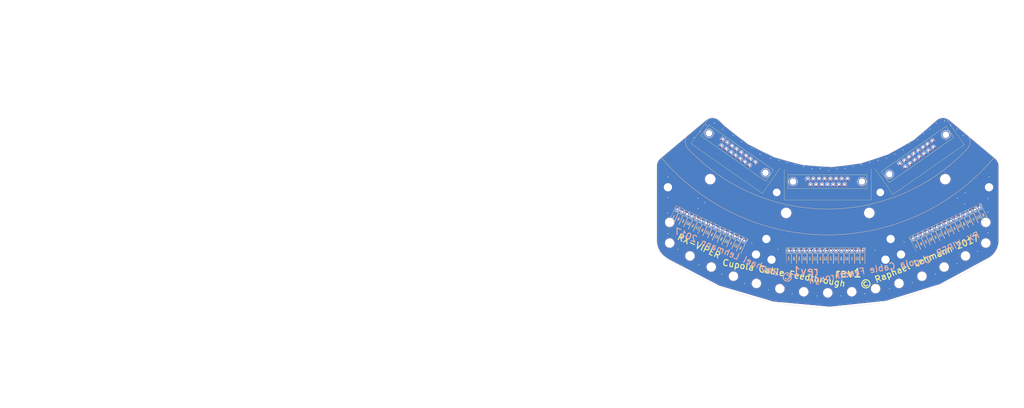
<source format=kicad_pcb>
(kicad_pcb (version 4) (host pcbnew 4.0.6)
  (title_block (title "Cupola Feedthrough") (date 2017-10-20) (rev 1) (company VIPER))
  (layers (0 F.Cu signal) (31 B.Cu signal) (34 B.Paste user) (35 F.Paste user) (36 B.SilkS user) (37 F.SilkS user) (38 B.Mask user) (39 F.Mask user) (44 Edge.Cuts user))
  (net 0 "")
  (net 1 "Net-(J101-Pad1)")
  (net 2 "Net-(J101-Pad2)")
  (net 3 "Net-(J101-Pad3)")
  (net 4 "Net-(J101-Pad4)")
  (net 5 "Net-(J101-Pad5)")
  (net 6 "Net-(J101-Pad6)")
  (net 7 "Net-(J101-Pad7)")
  (net 8 "Net-(J101-Pad8)")
  (net 9 "Net-(J101-Pad9)")
  (net 10 "Net-(J101-Pad10)")
  (net 11 "Net-(J101-Pad11)")
  (net 12 "Net-(J101-Pad12)")
  (net 13 "Net-(J101-Pad13)")
  (net 14 "Net-(J101-Pad14)")
  (net 15 "Net-(J101-Pad15)")
  (net 16 "Net-(J102-Pad1)")
  (net 17 "Net-(J102-Pad2)")
  (net 18 "Net-(J102-Pad3)")
  (net 19 "Net-(J102-Pad4)")
  (net 20 "Net-(J102-Pad5)")
  (net 21 "Net-(J102-Pad6)")
  (net 22 "Net-(J102-Pad7)")
  (net 23 "Net-(J102-Pad8)")
  (net 24 "Net-(J102-Pad9)")
  (net 25 "Net-(J102-Pad10)")
  (net 26 "Net-(J102-Pad11)")
  (net 27 "Net-(J102-Pad12)")
  (net 28 "Net-(J102-Pad13)")
  (net 29 "Net-(J102-Pad14)")
  (net 30 "Net-(J102-Pad15)")
  (net 31 "Net-(J103-Pad1)")
  (net 32 "Net-(J103-Pad2)")
  (net 33 "Net-(J103-Pad3)")
  (net 34 "Net-(J103-Pad4)")
  (net 35 "Net-(J103-Pad5)")
  (net 36 "Net-(J103-Pad6)")
  (net 37 "Net-(J103-Pad7)")
  (net 38 "Net-(J103-Pad8)")
  (net 39 "Net-(J103-Pad9)")
  (net 40 "Net-(J103-Pad10)")
  (net 41 "Net-(J103-Pad11)")
  (net 42 "Net-(J103-Pad12)")
  (net 43 "Net-(J103-Pad13)")
  (net 44 "Net-(J103-Pad14)")
  (net 45 "Net-(J103-Pad15)")
  (net 46 GND)
  (module VIPER-Labels:CupolaFeedthrough_label_front (layer B.Cu) (at 208.6 105.9 25)
    (fp_text reference G*** hide)
    (fp_text value LOGO hide)
  )
  (module VIPER-Labels:CupolaFeedthrough_label_front (layer B.Cu) (at 91.5 106.8 335)
    (fp_text reference G*** hide)
    (fp_text value LOGO hide)
  )
  (module VIPER-Labels:CupolaFeedthrough_label_front (layer B.Cu) (at 148.6 119.4)
    (fp_text reference G*** hide)
    (fp_text value LOGO hide)
  )
  (module VIPER-Labels:CupolaFeedthrough_label_front (layer F.Cu) (at 208.5 105.8 25)
    (fp_text reference G*** hide)
    (fp_text value LOGO hide)
  )
  (module VIPER-Labels:CupolaFeedthrough_label_front (layer F.Cu) (at 91.5 106.7 335)
    (fp_text reference G*** hide)
    (fp_text value LOGO hide)
  )
  (module Mounting_Holes:MountingHole_3.7mm_Pad (layer F.Cu) (at 175 87.5)
    (fp_text reference J136 hide)
    (fp_text value GND)
    (pad 1 thru_hole circle (at 0 0) (size 7.4 7.4) (drill 3.7) (layers *.Cu *.Mask) (net 46 GND))
  )
  (module Connectors:DB15MD (layer F.Cu) (at 98.95 61.85 325)
    (fp_text reference J104 hide)
    (fp_text value DB15_FEMALE)
    (pad 0 thru_hole circle (at -7.11 1.4 325) (size 3.81 3.81) (drill 3.05) (layers *.Cu *.Mask))
    (pad 0 thru_hole circle (at 26.16 1.4 325) (size 3.81 3.81) (drill 3.05) (layers *.Cu *.Mask))
    (pad 1 thru_hole rect (at 0 0 325) (size 1.52 1.52) (drill 1.02) (layers *.Cu *.Mask) (net 15 "Net-(J101-Pad15)"))
    (pad 2 thru_hole circle (at 2.67 0 325) (size 1.52 1.52) (drill 1.02) (layers *.Cu *.Mask) (net 13 "Net-(J101-Pad13)"))
    (pad 3 thru_hole circle (at 5.46 0 325) (size 1.52 1.52) (drill 1.02) (layers *.Cu *.Mask) (net 11 "Net-(J101-Pad11)"))
    (pad 4 thru_hole circle (at 8.13 0 325) (size 1.52 1.52) (drill 1.02) (layers *.Cu *.Mask) (net 9 "Net-(J101-Pad9)"))
    (pad 5 thru_hole circle (at 10.92 0 325) (size 1.52 1.52) (drill 1.02) (layers *.Cu *.Mask) (net 7 "Net-(J101-Pad7)"))
    (pad 6 thru_hole circle (at 13.72 0 325) (size 1.52 1.52) (drill 1.02) (layers *.Cu *.Mask) (net 5 "Net-(J101-Pad5)"))
    (pad 7 thru_hole circle (at 16.38 0 325) (size 1.52 1.52) (drill 1.02) (layers *.Cu *.Mask) (net 3 "Net-(J101-Pad3)"))
    (pad 8 thru_hole circle (at 19.18 0 325) (size 1.52 1.52) (drill 1.02) (layers *.Cu *.Mask) (net 1 "Net-(J101-Pad1)"))
    (pad 9 thru_hole circle (at 1.27 2.79 325) (size 1.52 1.52) (drill 1.02) (layers *.Cu *.Mask) (net 14 "Net-(J101-Pad14)"))
    (pad 10 thru_hole circle (at 4.06 2.79 325) (size 1.52 1.52) (drill 1.02) (layers *.Cu *.Mask) (net 12 "Net-(J101-Pad12)"))
    (pad 11 thru_hole circle (at 6.86 2.79 325) (size 1.52 1.52) (drill 1.02) (layers *.Cu *.Mask) (net 10 "Net-(J101-Pad10)"))
    (pad 12 thru_hole circle (at 9.53 2.79 325) (size 1.52 1.52) (drill 1.02) (layers *.Cu *.Mask) (net 8 "Net-(J101-Pad8)"))
    (pad 13 thru_hole circle (at 12.32 2.79 325) (size 1.52 1.52) (drill 1.02) (layers *.Cu *.Mask) (net 6 "Net-(J101-Pad6)"))
    (pad 14 thru_hole circle (at 14.99 2.79 325) (size 1.52 1.52) (drill 1.02) (layers *.Cu *.Mask) (net 4 "Net-(J101-Pad4)"))
    (pad 15 thru_hole circle (at 17.78 2.79 325) (size 1.52 1.52) (drill 1.02) (layers *.Cu *.Mask) (net 2 "Net-(J101-Pad2)"))
  )
  (module Connectors:DB15MD (layer F.Cu) (at 184.409399 73.493008 35)
    (fp_text reference J105 hide)
    (fp_text value DB15_FEMALE)
    (pad 0 thru_hole circle (at -7.11 1.4 35) (size 3.81 3.81) (drill 3.05) (layers *.Cu *.Mask))
    (pad 0 thru_hole circle (at 26.16 1.4 35) (size 3.81 3.81) (drill 3.05) (layers *.Cu *.Mask))
    (pad 1 thru_hole rect (at 0 0 35) (size 1.52 1.52) (drill 1.02) (layers *.Cu *.Mask) (net 30 "Net-(J102-Pad15)"))
    (pad 2 thru_hole circle (at 2.67 0 35) (size 1.52 1.52) (drill 1.02) (layers *.Cu *.Mask) (net 28 "Net-(J102-Pad13)"))
    (pad 3 thru_hole circle (at 5.46 0 35) (size 1.52 1.52) (drill 1.02) (layers *.Cu *.Mask) (net 26 "Net-(J102-Pad11)"))
    (pad 4 thru_hole circle (at 8.13 0 35) (size 1.52 1.52) (drill 1.02) (layers *.Cu *.Mask) (net 24 "Net-(J102-Pad9)"))
    (pad 5 thru_hole circle (at 10.92 0 35) (size 1.52 1.52) (drill 1.02) (layers *.Cu *.Mask) (net 22 "Net-(J102-Pad7)"))
    (pad 6 thru_hole circle (at 13.72 0 35) (size 1.52 1.52) (drill 1.02) (layers *.Cu *.Mask) (net 20 "Net-(J102-Pad5)"))
    (pad 7 thru_hole circle (at 16.38 0 35) (size 1.52 1.52) (drill 1.02) (layers *.Cu *.Mask) (net 18 "Net-(J102-Pad3)"))
    (pad 8 thru_hole circle (at 19.18 0 35) (size 1.52 1.52) (drill 1.02) (layers *.Cu *.Mask) (net 16 "Net-(J102-Pad1)"))
    (pad 9 thru_hole circle (at 1.27 2.79 35) (size 1.52 1.52) (drill 1.02) (layers *.Cu *.Mask) (net 29 "Net-(J102-Pad14)"))
    (pad 10 thru_hole circle (at 4.06 2.79 35) (size 1.52 1.52) (drill 1.02) (layers *.Cu *.Mask) (net 27 "Net-(J102-Pad12)"))
    (pad 11 thru_hole circle (at 6.86 2.79 35) (size 1.52 1.52) (drill 1.02) (layers *.Cu *.Mask) (net 25 "Net-(J102-Pad10)"))
    (pad 12 thru_hole circle (at 9.53 2.79 35) (size 1.52 1.52) (drill 1.02) (layers *.Cu *.Mask) (net 23 "Net-(J102-Pad8)"))
    (pad 13 thru_hole circle (at 12.32 2.79 35) (size 1.52 1.52) (drill 1.02) (layers *.Cu *.Mask) (net 21 "Net-(J102-Pad6)"))
    (pad 14 thru_hole circle (at 14.99 2.79 35) (size 1.52 1.52) (drill 1.02) (layers *.Cu *.Mask) (net 19 "Net-(J102-Pad4)"))
    (pad 15 thru_hole circle (at 17.78 2.79 35) (size 1.52 1.52) (drill 1.02) (layers *.Cu *.Mask) (net 17 "Net-(J102-Pad2)"))
  )
  (module Connectors:DB15MD (layer F.Cu) (at 139.99 80.86)
    (fp_text reference J106 hide)
    (fp_text value DB15_FEMALE)
    (pad 0 thru_hole circle (at -7.11 1.4) (size 3.81 3.81) (drill 3.05) (layers *.Cu *.Mask))
    (pad 0 thru_hole circle (at 26.16 1.4) (size 3.81 3.81) (drill 3.05) (layers *.Cu *.Mask))
    (pad 1 thru_hole rect (at 0 0) (size 1.52 1.52) (drill 1.02) (layers *.Cu *.Mask) (net 45 "Net-(J103-Pad15)"))
    (pad 2 thru_hole circle (at 2.67 0) (size 1.52 1.52) (drill 1.02) (layers *.Cu *.Mask) (net 43 "Net-(J103-Pad13)"))
    (pad 3 thru_hole circle (at 5.46 0) (size 1.52 1.52) (drill 1.02) (layers *.Cu *.Mask) (net 41 "Net-(J103-Pad11)"))
    (pad 4 thru_hole circle (at 8.13 0) (size 1.52 1.52) (drill 1.02) (layers *.Cu *.Mask) (net 39 "Net-(J103-Pad9)"))
    (pad 5 thru_hole circle (at 10.92 0) (size 1.52 1.52) (drill 1.02) (layers *.Cu *.Mask) (net 37 "Net-(J103-Pad7)"))
    (pad 6 thru_hole circle (at 13.72 0) (size 1.52 1.52) (drill 1.02) (layers *.Cu *.Mask) (net 35 "Net-(J103-Pad5)"))
    (pad 7 thru_hole circle (at 16.38 0) (size 1.52 1.52) (drill 1.02) (layers *.Cu *.Mask) (net 33 "Net-(J103-Pad3)"))
    (pad 8 thru_hole circle (at 19.18 0) (size 1.52 1.52) (drill 1.02) (layers *.Cu *.Mask) (net 31 "Net-(J103-Pad1)"))
    (pad 9 thru_hole circle (at 1.27 2.79) (size 1.52 1.52) (drill 1.02) (layers *.Cu *.Mask) (net 44 "Net-(J103-Pad14)"))
    (pad 10 thru_hole circle (at 4.06 2.79) (size 1.52 1.52) (drill 1.02) (layers *.Cu *.Mask) (net 42 "Net-(J103-Pad12)"))
    (pad 11 thru_hole circle (at 6.86 2.79) (size 1.52 1.52) (drill 1.02) (layers *.Cu *.Mask) (net 40 "Net-(J103-Pad10)"))
    (pad 12 thru_hole circle (at 9.53 2.79) (size 1.52 1.52) (drill 1.02) (layers *.Cu *.Mask) (net 38 "Net-(J103-Pad8)"))
    (pad 13 thru_hole circle (at 12.32 2.79) (size 1.52 1.52) (drill 1.02) (layers *.Cu *.Mask) (net 36 "Net-(J103-Pad6)"))
    (pad 14 thru_hole circle (at 14.99 2.79) (size 1.52 1.52) (drill 1.02) (layers *.Cu *.Mask) (net 34 "Net-(J103-Pad4)"))
    (pad 15 thru_hole circle (at 17.78 2.79) (size 1.52 1.52) (drill 1.02) (layers *.Cu *.Mask) (net 32 "Net-(J103-Pad2)"))
  )
  (module Pin_Headers:Pin_Header_Straight_1x15_Pitch2.54mm (layer F.Cu) (at 109.358087 110.793802 245)
    (fp_text reference J101 hide)
    (fp_text value CONN_01X15)
    (pad 1 thru_hole rect (at 0 0 245) (size 1.7 1.7) (drill 1) (layers *.Cu *.Mask) (net 1 "Net-(J101-Pad1)"))
    (pad 2 thru_hole oval (at 0 2.54 245) (size 1.7 1.7) (drill 1) (layers *.Cu *.Mask) (net 2 "Net-(J101-Pad2)"))
    (pad 3 thru_hole oval (at 0 5.08 245) (size 1.7 1.7) (drill 1) (layers *.Cu *.Mask) (net 3 "Net-(J101-Pad3)"))
    (pad 4 thru_hole oval (at 0 7.62 245) (size 1.7 1.7) (drill 1) (layers *.Cu *.Mask) (net 4 "Net-(J101-Pad4)"))
    (pad 5 thru_hole oval (at 0 10.16 245) (size 1.7 1.7) (drill 1) (layers *.Cu *.Mask) (net 5 "Net-(J101-Pad5)"))
    (pad 6 thru_hole oval (at 0 12.7 245) (size 1.7 1.7) (drill 1) (layers *.Cu *.Mask) (net 6 "Net-(J101-Pad6)"))
    (pad 7 thru_hole oval (at 0 15.24 245) (size 1.7 1.7) (drill 1) (layers *.Cu *.Mask) (net 7 "Net-(J101-Pad7)"))
    (pad 8 thru_hole oval (at 0 17.78 245) (size 1.7 1.7) (drill 1) (layers *.Cu *.Mask) (net 8 "Net-(J101-Pad8)"))
    (pad 9 thru_hole oval (at 0 20.32 245) (size 1.7 1.7) (drill 1) (layers *.Cu *.Mask) (net 9 "Net-(J101-Pad9)"))
    (pad 10 thru_hole oval (at 0 22.86 245) (size 1.7 1.7) (drill 1) (layers *.Cu *.Mask) (net 10 "Net-(J101-Pad10)"))
    (pad 11 thru_hole oval (at 0 25.4 245) (size 1.7 1.7) (drill 1) (layers *.Cu *.Mask) (net 11 "Net-(J101-Pad11)"))
    (pad 12 thru_hole oval (at 0 27.94 245) (size 1.7 1.7) (drill 1) (layers *.Cu *.Mask) (net 12 "Net-(J101-Pad12)"))
    (pad 13 thru_hole oval (at 0 30.48 245) (size 1.7 1.7) (drill 1) (layers *.Cu *.Mask) (net 13 "Net-(J101-Pad13)"))
    (pad 14 thru_hole oval (at 0 33.02 245) (size 1.7 1.7) (drill 1) (layers *.Cu *.Mask) (net 14 "Net-(J101-Pad14)"))
    (pad 15 thru_hole oval (at 0 35.56 245) (size 1.7 1.7) (drill 1) (layers *.Cu *.Mask) (net 15 "Net-(J101-Pad15)"))
  )
  (module Pin_Headers:Pin_Header_Straight_1x15_Pitch2.54mm (layer F.Cu) (at 222.956065 94.729649 295)
    (fp_text reference J102 hide)
    (fp_text value CONN_01X15)
    (pad 1 thru_hole rect (at 0 0 295) (size 1.7 1.7) (drill 1) (layers *.Cu *.Mask) (net 16 "Net-(J102-Pad1)"))
    (pad 2 thru_hole oval (at 0 2.54 295) (size 1.7 1.7) (drill 1) (layers *.Cu *.Mask) (net 17 "Net-(J102-Pad2)"))
    (pad 3 thru_hole oval (at 0 5.08 295) (size 1.7 1.7) (drill 1) (layers *.Cu *.Mask) (net 18 "Net-(J102-Pad3)"))
    (pad 4 thru_hole oval (at 0 7.62 295) (size 1.7 1.7) (drill 1) (layers *.Cu *.Mask) (net 19 "Net-(J102-Pad4)"))
    (pad 5 thru_hole oval (at 0 10.16 295) (size 1.7 1.7) (drill 1) (layers *.Cu *.Mask) (net 20 "Net-(J102-Pad5)"))
    (pad 6 thru_hole oval (at 0 12.7 295) (size 1.7 1.7) (drill 1) (layers *.Cu *.Mask) (net 21 "Net-(J102-Pad6)"))
    (pad 7 thru_hole oval (at 0 15.24 295) (size 1.7 1.7) (drill 1) (layers *.Cu *.Mask) (net 22 "Net-(J102-Pad7)"))
    (pad 8 thru_hole oval (at 0 17.78 295) (size 1.7 1.7) (drill 1) (layers *.Cu *.Mask) (net 23 "Net-(J102-Pad8)"))
    (pad 9 thru_hole oval (at 0 20.32 295) (size 1.7 1.7) (drill 1) (layers *.Cu *.Mask) (net 24 "Net-(J102-Pad9)"))
    (pad 10 thru_hole oval (at 0 22.86 295) (size 1.7 1.7) (drill 1) (layers *.Cu *.Mask) (net 25 "Net-(J102-Pad10)"))
    (pad 11 thru_hole oval (at 0 25.4 295) (size 1.7 1.7) (drill 1) (layers *.Cu *.Mask) (net 26 "Net-(J102-Pad11)"))
    (pad 12 thru_hole oval (at 0 27.94 295) (size 1.7 1.7) (drill 1) (layers *.Cu *.Mask) (net 27 "Net-(J102-Pad12)"))
    (pad 13 thru_hole oval (at 0 30.48 295) (size 1.7 1.7) (drill 1) (layers *.Cu *.Mask) (net 28 "Net-(J102-Pad13)"))
    (pad 14 thru_hole oval (at 0 33.02 295) (size 1.7 1.7) (drill 1) (layers *.Cu *.Mask) (net 29 "Net-(J102-Pad14)"))
    (pad 15 thru_hole oval (at 0 35.56 295) (size 1.7 1.7) (drill 1) (layers *.Cu *.Mask) (net 30 "Net-(J102-Pad15)"))
  )
  (module Pin_Headers:Pin_Header_Straight_1x15_Pitch2.54mm (layer F.Cu) (at 166.44 115.6 270)
    (fp_text reference J103 hide)
    (fp_text value CONN_01X15)
    (pad 1 thru_hole rect (at 0 0 270) (size 1.7 1.7) (drill 1) (layers *.Cu *.Mask) (net 31 "Net-(J103-Pad1)"))
    (pad 2 thru_hole oval (at 0 2.54 270) (size 1.7 1.7) (drill 1) (layers *.Cu *.Mask) (net 32 "Net-(J103-Pad2)"))
    (pad 3 thru_hole oval (at 0 5.08 270) (size 1.7 1.7) (drill 1) (layers *.Cu *.Mask) (net 33 "Net-(J103-Pad3)"))
    (pad 4 thru_hole oval (at 0 7.62 270) (size 1.7 1.7) (drill 1) (layers *.Cu *.Mask) (net 34 "Net-(J103-Pad4)"))
    (pad 5 thru_hole oval (at 0 10.16 270) (size 1.7 1.7) (drill 1) (layers *.Cu *.Mask) (net 35 "Net-(J103-Pad5)"))
    (pad 6 thru_hole oval (at 0 12.7 270) (size 1.7 1.7) (drill 1) (layers *.Cu *.Mask) (net 36 "Net-(J103-Pad6)"))
    (pad 7 thru_hole oval (at 0 15.24 270) (size 1.7 1.7) (drill 1) (layers *.Cu *.Mask) (net 37 "Net-(J103-Pad7)"))
    (pad 8 thru_hole oval (at 0 17.78 270) (size 1.7 1.7) (drill 1) (layers *.Cu *.Mask) (net 38 "Net-(J103-Pad8)"))
    (pad 9 thru_hole oval (at 0 20.32 270) (size 1.7 1.7) (drill 1) (layers *.Cu *.Mask) (net 39 "Net-(J103-Pad9)"))
    (pad 10 thru_hole oval (at 0 22.86 270) (size 1.7 1.7) (drill 1) (layers *.Cu *.Mask) (net 40 "Net-(J103-Pad10)"))
    (pad 11 thru_hole oval (at 0 25.4 270) (size 1.7 1.7) (drill 1) (layers *.Cu *.Mask) (net 41 "Net-(J103-Pad11)"))
    (pad 12 thru_hole oval (at 0 27.94 270) (size 1.7 1.7) (drill 1) (layers *.Cu *.Mask) (net 42 "Net-(J103-Pad12)"))
    (pad 13 thru_hole oval (at 0 30.48 270) (size 1.7 1.7) (drill 1) (layers *.Cu *.Mask) (net 43 "Net-(J103-Pad13)"))
    (pad 14 thru_hole oval (at 0 33.02 270) (size 1.7 1.7) (drill 1) (layers *.Cu *.Mask) (net 44 "Net-(J103-Pad14)"))
    (pad 15 thru_hole oval (at 0 35.56 270) (size 1.7 1.7) (drill 1) (layers *.Cu *.Mask) (net 45 "Net-(J103-Pad15)"))
  )
  (module Mounting_Holes:MountingHole_3.7mm_Pad (layer F.Cu) (at 125 87.5)
    (fp_text reference J136 hide)
    (fp_text value GND)
    (pad 1 thru_hole circle (at 0 0) (size 7.4 7.4) (drill 3.7) (layers *.Cu *.Mask) (net 46 GND))
  )
  (module Mounting_Holes:MountingHole_4mm (layer F.Cu) (at 115 117.5)
    (fp_text reference J107 hide)
    (fp_text value GND)
    (pad 1 np_thru_hole circle (at 0 0) (size 4 4) (drill 4) (layers *.Cu *.Mask) (net 46 GND))
  )
  (module Mounting_Holes:MountingHole_4mm (layer F.Cu) (at 122.5 120)
    (fp_text reference J108 hide)
    (fp_text value GND)
    (pad 1 np_thru_hole circle (at 0 0) (size 4 4) (drill 4) (layers *.Cu *.Mask) (net 46 GND))
  )
  (module Mounting_Holes:MountingHole_4mm (layer F.Cu) (at 185 117.5)
    (fp_text reference J109 hide)
    (fp_text value GND)
    (pad 1 np_thru_hole circle (at 0 0) (size 4 4) (drill 4) (layers *.Cu *.Mask) (net 46 GND))
  )
  (module Mounting_Holes:MountingHole_4mm (layer F.Cu) (at 177.5 120)
    (fp_text reference J110 hide)
    (fp_text value GND)
    (pad 1 np_thru_hole circle (at 0 0) (size 4 4) (drill 4) (layers *.Cu *.Mask) (net 46 GND))
  )
  (module Mounting_Holes:MountingHole_4mm (layer F.Cu) (at 120 110)
    (fp_text reference J120 hide)
    (fp_text value GND)
    (pad 1 np_thru_hole circle (at 0 0) (size 4 4) (drill 4) (layers *.Cu *.Mask) (net 46 GND))
  )
  (module Mounting_Holes:MountingHole_4mm (layer F.Cu) (at 180 110)
    (fp_text reference J121 hide)
    (fp_text value GND)
    (pad 1 np_thru_hole circle (at 0 0) (size 4 4) (drill 4) (layers *.Cu *.Mask) (net 46 GND))
  )
  (module Mounting_Holes:MountingHole_4mm (layer F.Cu) (at 227.5 85)
    (fp_text reference J130 hide)
    (fp_text value GND)
    (pad 1 np_thru_hole circle (at 0 0) (size 4 4) (drill 4) (layers *.Cu *.Mask) (net 46 GND))
  )
  (module Mounting_Holes:MountingHole_4mm (layer F.Cu) (at 72.5 85)
    (fp_text reference J131 hide)
    (fp_text value GND)
    (pad 1 np_thru_hole circle (at 0 0) (size 4 4) (drill 4) (layers *.Cu *.Mask) (net 46 GND))
  )
  (module VIPER-Labels:CupolaFeedthrough_label_front (layer F.Cu) (at 148.6 119.4)
    (fp_text reference G*** hide)
    (fp_text value LOGO hide)
  )
  (gr_text RX-VIPER (at 87.5 113.5 335) (layer F.SilkS) (effects (font (size 3 3) (thickness 0.5))))
  (gr_text "Cupola Cable Feedthrough" (at 170 125 10) (layer B.SilkS) (effects (font (size 3 3) (thickness 0.5)) (justify mirror)))
  (gr_text rev1 (at 139 125.5) (layer B.SilkS) (effects (font (size 4 4) (thickness 0.65)) (justify mirror)))
  (gr_text "© Raphael Lehmann 2017" (at 104.15 117.7 337.5) (layer B.SilkS) (effects (font (size 3 3) (thickness 0.5)) (justify mirror)))
  (gr_text RX-VIPER (at 212.5 112.5 25) (layer B.SilkS) (effects (font (size 3 3) (thickness 0.5)) (justify mirror)))
  (gr_text rev1 (at 159.5 126.5) (layer F.SilkS) (effects (font (size 4 4) (thickness 0.65))))
  (gr_text "© Raphael Lehmann 2017" (at 194 121 22.5) (layer F.SilkS) (effects (font (size 3 3) (thickness 0.5))))
  (gr_circle (center 172.725215 133.999409) (end 174.725215 133.999409) (layer Edge.Cuts) (width 0.1))
  (gr_circle (center 161.221721 135.513873) (end 163.221721 135.513873) (layer Edge.Cuts) (width 0.1))
  (gr_circle (center 138.038293 135.513873) (end 140.038293 135.513873) (layer Edge.Cuts) (width 0.1))
  (gr_circle (center 126.534799 133.999409) (end 128.534799 133.999409) (layer Edge.Cuts) (width 0.1))
  (gr_circle (center 149.630007 136.019978) (end 151.630007 136.019978) (layer Edge.Cuts) (width 0.1))
  (gr_text "Cupola Cable Feedthrough" (at 128.5 126.5 350) (layer F.SilkS) (effects (font (size 3 3) (thickness 0.5))))
  (gr_line (start 181.118695 88.488755) (end 215.523081 64.398545) (layer F.SilkS) (width 0.1))
  (gr_line (start 128.639747 76.119341) (end 128.639747 91.119341) (layer F.SilkS) (width 0.1))
  (gr_arc (start 149.630007 3.019978) (end 71.30237 119.057822) (angle -68.04011079) (layer Edge.Cuts) (width 0.1))
  (gr_circle (center 115.207074 131.488113) (end 117.207074 131.488113) (layer Edge.Cuts) (width 0.1))
  (gr_circle (center 206.351283 81.090137) (end 208.601283 81.090137) (layer Edge.Cuts) (width 0.1))
  (gr_circle (center 129.566524 97.411243) (end 131.816524 97.411243) (layer Edge.Cuts) (width 0.1))
  (gr_circle (center 169.693477 97.411243) (end 171.943477 97.411243) (layer Edge.Cuts) (width 0.1))
  (gr_arc (start 93.983005 56.240413) (end 97.596446 52.784542) (angle -86.276876) (layer Edge.Cuts) (width 0.1))
  (gr_arc (start 222.362797 110.769415) (end 227.957627 119.057834) (angle -55.97994879) (layer Edge.Cuts) (width 0.1))
  (gr_arc (start 76.897201 110.769405) (end 66.897201 110.769405) (angle -55.97994041) (layer Edge.Cuts) (width 0.1))
  (gr_circle (center 205.838236 123.558914) (end 207.838236 123.558914) (layer Edge.Cuts) (width 0.1))
  (gr_circle (center 216.130007 118.201357) (end 218.130007 118.201357) (layer Edge.Cuts) (width 0.1))
  (gr_circle (center 225.915673 101.9672) (end 227.915673 101.9672) (layer Edge.Cuts) (width 0.1))
  (gr_line (start 208.490942 52.410191) (end 230.064664 70.512702) (layer Edge.Cuts) (width 0.1))
  (gr_line (start 69.195334 70.5127) (end 90.769069 52.410183) (layer Edge.Cuts) (width 0.1))
  (gr_line (start 66.897201 110.769405) (end 66.897201 74.772601) (layer Edge.Cuts) (width 0.1))
  (gr_line (start 232.362797 110.769415) (end 232.362797 74.772603) (layer Edge.Cuts) (width 0.1))
  (gr_circle (center 73.344341 111.9672) (end 75.344341 111.9672) (layer Edge.Cuts) (width 0.1))
  (gr_circle (center 225.915673 111.9672) (end 227.915673 111.9672) (layer Edge.Cuts) (width 0.1))
  (gr_circle (center 184.05294 131.488113) (end 186.05294 131.488113) (layer Edge.Cuts) (width 0.1))
  (gr_circle (center 195.118686 127.999097) (end 197.118686 127.999097) (layer Edge.Cuts) (width 0.1))
  (gr_arc (start 71.897201 74.772601) (end 68.683263 70.94238) (angle -49.99999239) (layer Edge.Cuts) (width 0.1))
  (gr_arc (start 227.362797 74.772603) (end 232.362797 74.772603) (angle -49.99998634) (layer Edge.Cuts) (width 0.1))
  (gr_line (start 69.195331 70.512699) (end 69.195331 70.512699) (layer Edge.Cuts) (width 0.1))
  (gr_circle (center 83.130007 118.201357) (end 85.130007 118.201357) (layer Edge.Cuts) (width 0.1))
  (gr_circle (center 73.344341 101.9672) (end 75.344341 101.9672) (layer Edge.Cuts) (width 0.1))
  (gr_arc (start 205.277004 56.240413) (end 208.490942 52.410191) (angle -86.276877) (layer Edge.Cuts) (width 0.1))
  (gr_circle (center 92.908725 81.090137) (end 95.158725 81.090137) (layer Edge.Cuts) (width 0.1))
  (gr_circle (center 104.141328 127.999097) (end 106.141328 127.999097) (layer Edge.Cuts) (width 0.1))
  (gr_circle (center 93.421778 123.558914) (end 95.421778 123.558914) (layer Edge.Cuts) (width 0.1))
  (gr_line (start 230.064664 70.512702) (end 230.576736 70.942381) (layer Edge.Cuts) (width 0.1))
  (gr_line (start 69.195334 70.5127) (end 68.683263 70.94238) (layer Edge.Cuts) (width 0.1))
  (gr_line (start 69.195331 70.512699) (end 69.195331 70.512699) (layer Edge.Cuts) (width 0.1))
  (gr_arc (start 149.63 3.02) (end 97.596446 52.784542) (angle -92.55375124) (layer Edge.Cuts) (width 0.1))
  (gr_arc (start 149.634665 3.019342) (end 69.2 70.512042) (angle -99.9) (layer F.SilkS) (width 0.1))
  (gr_arc (start 213.345176 63.001581) (end 216.985486 66.429137) (angle -85.8) (layer F.SilkS) (width 0.1))
  (gr_arc (start 85.934318 63.001581) (end 82.254525 59.616449) (angle -85.8) (layer B.SilkS) (width 0.1))
  (gr_arc (start 149.639747 3.019342) (end 82.29401 66.429133) (angle -93.4) (layer F.SilkS) (width 0.1))
  (gr_arc (start 85.934318 63.001581) (end 82.254525 59.616449) (angle -85.8) (layer F.SilkS) (width 0.1))
  (gr_line (start 118.048377 87.997755) (end 126.652023 75.710474) (layer F.SilkS) (width 0.1))
  (gr_arc (start 149.639747 3.019342) (end 82.29401 66.429133) (angle -93.4) (layer B.SilkS) (width 0.1))
  (gr_line (start 128.639747 91.119341) (end 170.639747 91.119341) (layer F.SilkS) (width 0.1))
  (gr_line (start 172.515049 76.201475) (end 181.118695 88.488755) (layer F.SilkS) (width 0.1))
  (gr_line (start 92.247638 51.620264) (end 83.643991 63.907545) (layer F.SilkS) (width 0.1))
  (gr_arc (start 213.345176 63.001581) (end 216.985486 66.429137) (angle -85.8) (layer B.SilkS) (width 0.1))
  (gr_arc (start 149.639747 3.019342) (end 69.205082 70.512042) (angle -99.9) (layer B.SilkS) (width 0.1))
  (gr_line (start 83.643991 63.907545) (end 118.048377 87.997755) (layer F.SilkS) (width 0.1))
  (gr_line (start 215.523081 64.398545) (end 206.919435 52.111264) (layer F.SilkS) (width 0.1))
  (gr_line (start 170.639747 91.119341) (end 170.639747 76.119341) (layer F.SilkS) (width 0.1))
  (segment (start 113.374246 74.138286) (end 113.374246 75.034424) (width 1) (layer F.Cu) (net 1))
  (segment (start 114.661336 72.851196) (end 113.374246 74.138286) (width 1) (layer F.Cu) (net 1))
  (segment (start 112.4 107.751889) (end 110.068411 110.083478) (width 1) (layer F.Cu) (net 1))
  (segment (start 113.374246 75.034424) (end 112.4 76.00867) (width 1) (layer F.Cu) (net 1))
  (segment (start 112.4 76.00867) (end 112.4 107.751889) (width 1) (layer F.Cu) (net 1))
  (segment (start 110.068411 110.083478) (end 109.358087 110.793802) (width 1) (layer F.Cu) (net 1))
  (segment (start 111 75.247868) (end 111.154246 75.093622) (width 1) (layer F.Cu) (net 2))
  (segment (start 111 105.776417) (end 111 75.247868) (width 1) (layer F.Cu) (net 2))
  (segment (start 107.056065 109.720352) (end 111 105.776417) (width 1) (layer F.Cu) (net 2))
  (segment (start 111.154246 75.093622) (end 111.914245 74.333623) (width 1) (layer F.Cu) (net 2))
  (segment (start 104.754043 108.646901) (end 109.7 103.700944) (width 1) (layer F.Cu) (net 3))
  (segment (start 109.7 103.700944) (end 109.7 74.8) (width 1) (layer F.Cu) (net 3))
  (segment (start 109.7 74.8) (end 110.2 74.3) (width 1) (layer F.Cu) (net 3))
  (segment (start 112.36771 71.245182) (end 111.607711 72.005181) (width 0.7) (layer F.Cu) (net 3))
  (segment (start 111.607711 72.005181) (end 111.607711 72.701355) (width 0.7) (layer F.Cu) (net 3))
  (segment (start 111.607711 72.701355) (end 110.2 74.109066) (width 0.7) (layer F.Cu) (net 3))
  (segment (start 110.2 74.109066) (end 110.2 74.3) (width 0.7) (layer F.Cu) (net 3))
  (segment (start 109.628811 72.768259) (end 109.628811 72.733345) (width 1) (layer F.Cu) (net 4))
  (segment (start 108.400055 73.997015) (end 109.628811 72.768259) (width 1) (layer F.Cu) (net 4))
  (segment (start 108.400055 101.625418) (end 108.400055 73.997015) (width 1) (layer F.Cu) (net 4))
  (segment (start 102.452022 107.573451) (end 108.400055 101.625418) (width 1) (layer F.Cu) (net 4))
  (segment (start 107.200044 73.499956) (end 107.9 72.8) (width 1) (layer F.Cu) (net 5))
  (segment (start 100.15 106.5) (end 107.200044 99.449956) (width 1) (layer F.Cu) (net 5))
  (segment (start 107.200044 99.449956) (end 107.200044 73.499956) (width 1) (layer F.Cu) (net 5))
  (segment (start 107.9 72.8) (end 107.9 72.534373) (width 0.5) (layer F.Cu) (net 5))
  (segment (start 107.9 72.534373) (end 108.8 71.634373) (width 0.5) (layer F.Cu) (net 5))
  (segment (start 108.8 71.634373) (end 108.8 71.108235) (width 0.5) (layer F.Cu) (net 5))
  (segment (start 110.188766 69.719469) (end 108.8 71.108235) (width 0.7) (layer F.Cu) (net 5))
  (segment (start 106.681676 71.961895) (end 107.441675 71.201896) (width 1) (layer F.Cu) (net 6))
  (segment (start 106.000033 72.643538) (end 106.681676 71.961895) (width 1) (layer F.Cu) (net 6))
  (segment (start 106.000033 97.274495) (end 106.000033 72.643538) (width 1) (layer F.Cu) (net 6))
  (segment (start 97.847978 105.42655) (end 106.000033 97.274495) (width 1) (layer F.Cu) (net 6))
  (segment (start 104.800022 95.099034) (end 104.800022 72.099978) (width 1) (layer F.Cu) (net 7))
  (segment (start 95.545956 104.3531) (end 104.800022 95.099034) (width 1) (layer F.Cu) (net 7))
  (segment (start 104.800022 72.099978) (end 105.7 71.2) (width 1) (layer F.Cu) (net 7))
  (segment (start 105.7 71.2) (end 105.7 70.996661) (width 0.7) (layer F.Cu) (net 7))
  (segment (start 107.135141 69.56152) (end 107.135141 68.873454) (width 0.7) (layer F.Cu) (net 7))
  (segment (start 107.135141 68.873454) (end 107.89514 68.113455) (width 0.7) (layer F.Cu) (net 7))
  (segment (start 105.7 70.996661) (end 107.135141 69.56152) (width 0.7) (layer F.Cu) (net 7))
  (segment (start 104.396242 70.361617) (end 105.156241 69.601618) (width 1) (layer F.Cu) (net 8))
  (segment (start 93.243935 103.279649) (end 103.600011 92.923573) (width 1) (layer F.Cu) (net 8))
  (segment (start 103.600011 92.923573) (end 103.600011 71.157848) (width 1) (layer F.Cu) (net 8))
  (segment (start 103.600011 71.157848) (end 104.396242 70.361617) (width 1) (layer F.Cu) (net 8))
  (segment (start 102.4 70.6) (end 102.9 70.1) (width 1) (layer F.Cu) (net 9))
  (segment (start 90.941913 102.206199) (end 102.4 90.748112) (width 1) (layer F.Cu) (net 9))
  (segment (start 102.4 90.748112) (end 102.4 70.6) (width 1) (layer F.Cu) (net 9))
  (segment (start 103.7 69.3) (end 104.4 68.6) (width 0.5) (layer F.Cu) (net 9))
  (segment (start 104.4 68.6) (end 104.4 68.3) (width 0.5) (layer F.Cu) (net 9))
  (segment (start 104.849707 67.850293) (end 104.4 68.3) (width 0.7) (layer F.Cu) (net 9))
  (segment (start 105.609706 66.513176) (end 104.849707 67.273175) (width 0.7) (layer F.Cu) (net 9))
  (segment (start 104.849707 67.273175) (end 104.849707 67.850293) (width 0.7) (layer F.Cu) (net 9))
  (segment (start 102.9 70.1) (end 103.7 69.3) (width 0.7) (layer F.Cu) (net 9))
  (segment (start 102.209106 68.830168) (end 102.969105 68.070169) (width 1) (layer F.Cu) (net 10))
  (segment (start 101.000011 70.039263) (end 102.209106 68.830168) (width 1) (layer F.Cu) (net 10))
  (segment (start 101.000011 88.772629) (end 101.000011 70.039263) (width 1) (layer F.Cu) (net 10))
  (segment (start 88.639891 101.132749) (end 101.000011 88.772629) (width 1) (layer F.Cu) (net 10))
  (segment (start 86.337869 100.059298) (end 87.187868 99.209299) (width 1) (layer F.Cu) (net 11))
  (segment (start 87.190701 99.209299) (end 99.8 86.6) (width 1) (layer F.Cu) (net 11))
  (segment (start 87.187868 99.209299) (end 87.190701 99.209299) (width 1) (layer F.Cu) (net 11))
  (segment (start 99.8 86.6) (end 99.8 69.300472) (width 1) (layer F.Cu) (net 11))
  (segment (start 99.8 69.300472) (end 100.2 68.900472) (width 1) (layer F.Cu) (net 11))
  (segment (start 102.662571 66.437901) (end 100.2 68.900472) (width 0.7) (layer F.Cu) (net 11))
  (segment (start 102.662571 66.437901) (end 102.662571 65.741726) (width 0.7) (layer F.Cu) (net 11))
  (segment (start 102.662571 65.741726) (end 103.42257 64.981727) (width 0.7) (layer F.Cu) (net 11))
  (segment (start 99.91548 67.224154) (end 100.675479 66.464155) (width 1) (layer F.Cu) (net 12))
  (segment (start 99.91548 67.487922) (end 99.91548 67.224154) (width 1) (layer F.Cu) (net 12))
  (segment (start 84.035847 83.367555) (end 99.91548 67.487922) (width 1) (layer F.Cu) (net 12))
  (segment (start 84.035847 98.985848) (end 84.035847 83.367555) (width 1) (layer F.Cu) (net 12))
  (segment (start 97.9 67.7) (end 97.9 67.292723) (width 0.7) (layer F.Cu) (net 13))
  (segment (start 100.377137 64.141448) (end 101.137136 63.381449) (width 0.7) (layer F.Cu) (net 13))
  (segment (start 97.9 67.292723) (end 100.377137 64.815586) (width 0.7) (layer F.Cu) (net 13))
  (segment (start 100.377137 64.815586) (end 100.377137 64.141448) (width 0.7) (layer F.Cu) (net 13))
  (segment (start 81.733826 97.912397) (end 81.733826 83.866174) (width 1) (layer F.Cu) (net 13))
  (segment (start 81.733826 83.866174) (end 97.9 67.7) (width 1) (layer F.Cu) (net 13))
  (segment (start 79.431804 96.838947) (end 79.431804 83.822117) (width 1) (layer F.Cu) (net 14))
  (segment (start 79.431804 83.822117) (end 98.390045 64.863876) (width 1) (layer F.Cu) (net 14))
  (segment (start 77.129782 95.765497) (end 77.129782 83.670218) (width 1) (layer F.Cu) (net 15))
  (segment (start 77.129782 83.670218) (end 98.95 61.85) (width 1) (layer F.Cu) (net 15))
  (segment (start 220.9 83.271077) (end 220.9 92.673584) (width 1) (layer F.Cu) (net 16))
  (segment (start 220.9 92.673584) (end 222.956065 94.729649) (width 1) (layer F.Cu) (net 16))
  (segment (start 200.120735 62.491812) (end 220.9 83.271077) (width 1) (layer F.Cu) (net 16))
  (segment (start 201.3342 66.340252) (end 200.574201 65.580253) (width 1) (layer F.Cu) (net 17))
  (segment (start 219.699989 84.706041) (end 201.3342 66.340252) (width 1) (layer F.Cu) (net 17))
  (segment (start 219.699989 94.849045) (end 219.699989 84.706041) (width 1) (layer F.Cu) (net 17))
  (segment (start 220.654043 95.803099) (end 219.699989 94.849045) (width 1) (layer F.Cu) (net 17))
  (segment (start 197.827109 64.097826) (end 198.587108 64.857825) (width 0.7) (layer F.Cu) (net 18))
  (segment (start 198.587108 64.857825) (end 198.587108 65.587108) (width 0.7) (layer F.Cu) (net 18))
  (segment (start 198.587108 65.587108) (end 200.1 67.1) (width 0.7) (layer F.Cu) (net 18))
  (segment (start 218.352021 85.352021) (end 200.1 67.1) (width 1) (layer F.Cu) (net 18))
  (segment (start 218.352021 96.87655) (end 218.352021 85.352021) (width 1) (layer F.Cu) (net 18))
  (segment (start 216.05 97.95) (end 201 82.9) (width 1) (layer F.Cu) (net 19))
  (segment (start 201 82.9) (end 201 69.891765) (width 1) (layer F.Cu) (net 19))
  (segment (start 201 69.891765) (end 198.288766 67.180531) (width 1) (layer F.Cu) (net 19))
  (segment (start 213.747978 99.023451) (end 213.523451 99.023451) (width 1) (layer F.Cu) (net 20))
  (segment (start 213.523451 99.023451) (end 199.4 84.9) (width 1) (layer F.Cu) (net 20))
  (segment (start 199.4 84.9) (end 199.4 70.1) (width 1) (layer F.Cu) (net 20))
  (segment (start 199.4 70.1) (end 198.2 68.9) (width 1) (layer F.Cu) (net 20))
  (segment (start 196.7 67.4) (end 198.2 68.9) (width 0.5) (layer F.Cu) (net 20))
  (segment (start 196.408164 67.108164) (end 196.7 67.4) (width 0.7) (layer F.Cu) (net 20))
  (segment (start 195.648165 65.623539) (end 196.408164 66.383538) (width 0.7) (layer F.Cu) (net 20))
  (segment (start 196.408164 66.383538) (end 196.408164 67.108164) (width 0.7) (layer F.Cu) (net 20))
  (segment (start 196.861629 69.47198) (end 196.10163 68.711981) (width 1) (layer F.Cu) (net 21))
  (segment (start 198.199989 70.81034) (end 196.861629 69.47198) (width 1) (layer F.Cu) (net 21))
  (segment (start 198.199989 86.850934) (end 198.199989 70.81034) (width 1) (layer F.Cu) (net 21))
  (segment (start 211.445956 100.096901) (end 198.199989 86.850934) (width 1) (layer F.Cu) (net 21))
  (segment (start 209.143934 101.170351) (end 196.999978 89.026395) (width 1) (layer F.Cu) (net 22))
  (segment (start 196.999978 71.599978) (end 195.6 70.2) (width 1) (layer F.Cu) (net 22))
  (segment (start 196.999978 89.026395) (end 196.999978 71.599978) (width 1) (layer F.Cu) (net 22))
  (segment (start 193.354539 67.229553) (end 194.114538 67.989552) (width 0.7) (layer F.Cu) (net 22))
  (segment (start 194.114538 67.989552) (end 194.114538 68.714538) (width 0.7) (layer F.Cu) (net 22))
  (segment (start 194.114538 68.714538) (end 195.6 70.2) (width 0.7) (layer F.Cu) (net 22))
  (segment (start 195.799967 72.29603) (end 194.576195 71.072258) (width 1) (layer F.Cu) (net 23))
  (segment (start 195.799967 91.201856) (end 195.799967 72.29603) (width 1) (layer F.Cu) (net 23))
  (segment (start 194.576195 71.072258) (end 193.816196 70.312259) (width 1) (layer F.Cu) (net 23))
  (segment (start 206.841913 102.243802) (end 195.799967 91.201856) (width 1) (layer F.Cu) (net 23))
  (segment (start 203.689892 102.467253) (end 204.539891 103.317252) (width 1) (layer F.Cu) (net 24))
  (segment (start 193.5 71.9) (end 194.599956 72.999956) (width 1) (layer F.Cu) (net 24))
  (segment (start 194.599956 72.999956) (end 194.599956 93.377317) (width 1) (layer F.Cu) (net 24))
  (segment (start 194.599956 93.377317) (end 203.689892 102.467253) (width 1) (layer F.Cu) (net 24))
  (segment (start 192.4 70.6) (end 192.4 70.8) (width 0.5) (layer F.Cu) (net 24))
  (segment (start 192.4 70.8) (end 193.5 71.9) (width 0.5) (layer F.Cu) (net 24))
  (segment (start 191.829104 70.029104) (end 192.4 70.6) (width 0.7) (layer F.Cu) (net 24))
  (segment (start 191.069105 68.829832) (end 191.829104 69.589831) (width 0.7) (layer F.Cu) (net 24))
  (segment (start 191.829104 69.589831) (end 191.829104 70.029104) (width 0.7) (layer F.Cu) (net 24))
  (segment (start 193.7 72.1) (end 193.5 71.9) (width 1) (layer F.Cu) (net 24))
  (segment (start 192.389059 72.603707) (end 191.62906 71.843708) (width 1) (layer F.Cu) (net 25))
  (segment (start 193.399945 73.614593) (end 192.389059 72.603707) (width 1) (layer F.Cu) (net 25))
  (segment (start 193.399945 95.552778) (end 193.399945 73.614593) (width 1) (layer F.Cu) (net 25))
  (segment (start 202.237869 104.390702) (end 193.399945 95.552778) (width 1) (layer F.Cu) (net 25))
  (segment (start 192.199934 97.72824) (end 192.199934 74.399934) (width 1) (layer F.Cu) (net 26))
  (segment (start 199.935847 105.464153) (end 192.199934 97.72824) (width 1) (layer F.Cu) (net 26))
  (segment (start 192.199934 74.399934) (end 191 73.2) (width 1) (layer F.Cu) (net 26))
  (segment (start 188.881969 70.361281) (end 189.641968 71.12128) (width 0.7) (layer F.Cu) (net 26))
  (segment (start 189.641968 71.12128) (end 189.641968 71.841968) (width 0.7) (layer F.Cu) (net 26))
  (segment (start 189.641968 71.841968) (end 191 73.2) (width 0.7) (layer F.Cu) (net 26))
  (segment (start 190.095434 74.209721) (end 189.335435 73.449722) (width 1) (layer F.Cu) (net 27))
  (segment (start 190.999923 75.11421) (end 190.095434 74.209721) (width 1) (layer F.Cu) (net 27))
  (segment (start 190.999923 99.903701) (end 190.999923 75.11421) (width 1) (layer F.Cu) (net 27))
  (segment (start 197.633825 106.537603) (end 190.999923 99.903701) (width 1) (layer F.Cu) (net 27))
  (segment (start 195.331804 107.611054) (end 188.9 101.17925) (width 1) (layer F.Cu) (net 28))
  (segment (start 188.9 101.17925) (end 188.9 75.1) (width 1) (layer F.Cu) (net 28))
  (segment (start 186.596535 71.961559) (end 187.356534 72.721558) (width 0.7) (layer F.Cu) (net 28))
  (segment (start 187.356534 72.721558) (end 187.356534 73.417732) (width 0.7) (layer F.Cu) (net 28))
  (segment (start 188.9 74.961198) (end 188.9 75.1) (width 0.7) (layer F.Cu) (net 28))
  (segment (start 187.356534 73.417732) (end 188.9 74.961198) (width 0.7) (layer F.Cu) (net 28))
  (segment (start 187.05 76.124802) (end 187.05 75.05) (width 1) (layer F.Cu) (net 29))
  (segment (start 193.029782 108.684504) (end 187.05 102.704722) (width 1) (layer F.Cu) (net 29))
  (segment (start 187.05 102.704722) (end 187.05 76.124802) (width 1) (layer F.Cu) (net 29))
  (segment (start 184.409399 73.493008) (end 184.409399 103.439593) (width 1) (layer F.Cu) (net 30))
  (segment (start 184.409399 103.439593) (end 190.72776 109.757954) (width 1) (layer F.Cu) (net 30))
  (segment (start 159.17 80.86) (end 159.17 82.889198) (width 1) (layer F.Cu) (net 31))
  (segment (start 159.230001 84.350801) (end 159.17 84.410802) (width 1) (layer F.Cu) (net 31))
  (segment (start 159.230001 82.949199) (end 159.230001 84.350801) (width 1) (layer F.Cu) (net 31))
  (segment (start 159.17 82.889198) (end 159.230001 82.949199) (width 1) (layer F.Cu) (net 31))
  (segment (start 159.17 84.410802) (end 159.17 108.33) (width 1) (layer F.Cu) (net 31))
  (segment (start 159.17 108.33) (end 166.44 115.6) (width 1) (layer F.Cu) (net 31))
  (segment (start 157.77 108.62707) (end 157.77 84.724802) (width 1) (layer F.Cu) (net 32))
  (segment (start 157.77 84.724802) (end 157.77 83.65) (width 1) (layer F.Cu) (net 32))
  (segment (start 163.9 115.6) (end 163.050001 114.750001) (width 1) (layer F.Cu) (net 32))
  (segment (start 163.050001 114.750001) (end 163.050001 113.907071) (width 1) (layer F.Cu) (net 32))
  (segment (start 163.050001 113.907071) (end 157.77 108.62707) (width 1) (layer F.Cu) (net 32))
  (segment (start 161.36 113.914142) (end 156.4 108.954142) (width 1) (layer F.Cu) (net 33))
  (segment (start 156.4 108.954142) (end 156.4 84.8) (width 1) (layer F.Cu) (net 33))
  (segment (start 161.36 115.6) (end 161.36 113.914142) (width 1) (layer F.Cu) (net 33))
  (segment (start 156.37 80.86) (end 156.37 84.77) (width 0.75) (layer F.Cu) (net 33))
  (segment (start 156.37 84.77) (end 156.4 84.8) (width 0.75) (layer F.Cu) (net 33))
  (segment (start 155.199991 83.869991) (end 155.199991 110.77791) (width 1) (layer F.Cu) (net 34))
  (segment (start 155.199991 110.77791) (end 158.82 114.397919) (width 1) (layer F.Cu) (net 34))
  (segment (start 158.82 114.397919) (end 158.82 115.6) (width 1) (layer F.Cu) (net 34))
  (segment (start 154.98 83.65) (end 155.199991 83.869991) (width 1) (layer F.Cu) (net 34))
  (segment (start 153.71 80.86) (end 153.71 81.934802) (width 0.7) (layer F.Cu) (net 35))
  (segment (start 153.71 81.934802) (end 153.669999 81.974803) (width 0.7) (layer F.Cu) (net 35))
  (segment (start 153.669999 81.974803) (end 153.669999 84.769999) (width 0.7) (layer F.Cu) (net 35))
  (segment (start 153.669999 84.769999) (end 153.79998 84.89998) (width 0.7) (layer F.Cu) (net 35))
  (segment (start 153.79998 86.20002) (end 153.79998 84.89998) (width 1) (layer F.Cu) (net 35))
  (segment (start 156.28 115.6) (end 156.28 114.397919) (width 1) (layer F.Cu) (net 35))
  (segment (start 153.79998 86.20002) (end 153.8 86.2) (width 1) (layer F.Cu) (net 35))
  (segment (start 156.28 114.397919) (end 153.79998 111.917899) (width 1) (layer F.Cu) (net 35))
  (segment (start 153.79998 111.917899) (end 153.79998 86.20002) (width 1) (layer F.Cu) (net 35))
  (segment (start 152.31 83.65) (end 152.31 112.967919) (width 1) (layer F.Cu) (net 36))
  (segment (start 152.31 112.967919) (end 153.74 114.397919) (width 1) (layer F.Cu) (net 36))
  (segment (start 153.74 114.397919) (end 153.74 115.6) (width 1) (layer F.Cu) (net 36))
  (segment (start 150.91 85.09) (end 150.91 114.107919) (width 1) (layer F.Cu) (net 37))
  (segment (start 150.91 114.107919) (end 151.2 114.397919) (width 1) (layer F.Cu) (net 37))
  (segment (start 151.2 114.397919) (end 151.2 115.6) (width 1) (layer F.Cu) (net 37))
  (segment (start 150.91 80.86) (end 150.91 85.09) (width 0.7) (layer F.Cu) (net 37))
  (segment (start 149.52 83.65) (end 149.52 114.74) (width 1) (layer F.Cu) (net 38))
  (segment (start 149.52 114.74) (end 148.66 115.6) (width 1) (layer F.Cu) (net 38))
  (segment (start 146.12 115.6) (end 148 113.72) (width 1) (layer F.Cu) (net 39))
  (segment (start 148 113.72) (end 148 87.200001) (width 1) (layer F.Cu) (net 39))
  (segment (start 148 87.200001) (end 148 85.4) (width 1) (layer F.Cu) (net 39))
  (segment (start 148.12 80.86) (end 148.12 81.934802) (width 0.7) (layer F.Cu) (net 39))
  (segment (start 148.12 81.934802) (end 148.160001 81.974803) (width 0.7) (layer F.Cu) (net 39))
  (segment (start 148.160001 85.239999) (end 148 85.4) (width 0.7) (layer F.Cu) (net 39))
  (segment (start 148.160001 81.974803) (end 148.160001 85.239999) (width 0.7) (layer F.Cu) (net 39))
  (segment (start 146.799989 84.774813) (end 146.799989 112.380011) (width 1) (layer F.Cu) (net 40))
  (segment (start 146.85 83.65) (end 146.85 84.724802) (width 1) (layer F.Cu) (net 40))
  (segment (start 146.85 84.724802) (end 146.799989 84.774813) (width 1) (layer F.Cu) (net 40))
  (segment (start 146.799989 112.380011) (end 144.429999 114.750001) (width 1) (layer F.Cu) (net 40))
  (segment (start 144.429999 114.750001) (end 143.58 115.6) (width 1) (layer F.Cu) (net 40))
  (segment (start 141.04 115.6) (end 145.4 111.24) (width 1) (layer F.Cu) (net 41))
  (segment (start 145.4 111.24) (end 145.4 86.4) (width 1) (layer F.Cu) (net 41))
  (segment (start 145.4 86.4) (end 145.4 84.4) (width 1) (layer F.Cu) (net 41))
  (segment (start 145.45 80.86) (end 145.45 84.35) (width 0.7) (layer F.Cu) (net 41))
  (segment (start 145.45 84.35) (end 145.4 84.4) (width 0.7) (layer F.Cu) (net 41))
  (segment (start 139.349999 114.750001) (end 138.5 115.6) (width 1) (layer F.Cu) (net 42))
  (segment (start 144.05 110.05) (end 139.349999 114.750001) (width 1) (layer F.Cu) (net 42))
  (segment (start 144.05 83.65) (end 144.05 110.05) (width 1) (layer F.Cu) (net 42))
  (segment (start 135.96 115.6) (end 142.7 108.86) (width 1) (layer F.Cu) (net 43))
  (segment (start 142.7 108.86) (end 142.7 85.1) (width 1) (layer F.Cu) (net 43))
  (segment (start 142.66 80.86) (end 142.66 81.934802) (width 0.7) (layer F.Cu) (net 43))
  (segment (start 142.66 81.934802) (end 142.7 81.974802) (width 0.7) (layer F.Cu) (net 43))
  (segment (start 142.7 81.974802) (end 142.7 85.1) (width 0.7) (layer F.Cu) (net 43))
  (segment (start 134.269999 114.750001) (end 133.42 115.6) (width 1) (layer F.Cu) (net 44))
  (segment (start 141.26 107.76) (end 134.269999 114.750001) (width 1) (layer F.Cu) (net 44))
  (segment (start 141.26 83.65) (end 141.26 107.76) (width 1) (layer F.Cu) (net 44))
  (segment (start 140 84.550802) (end 139.799999 84.350801) (width 1) (layer F.Cu) (net 45))
  (segment (start 140 80.87) (end 139.99 80.86) (width 1) (layer F.Cu) (net 45))
  (segment (start 130.88 115.6) (end 140 106.48) (width 1) (layer F.Cu) (net 45))
  (segment (start 140 106.48) (end 140 84.550802) (width 1) (layer F.Cu) (net 45))
  (segment (start 139.799999 84.350801) (end 139.799999 82.949199) (width 1) (layer F.Cu) (net 45))
  (segment (start 139.799999 82.949199) (end 140 82.749198) (width 1) (layer F.Cu) (net 45))
  (segment (start 140 82.749198) (end 140 80.87) (width 1) (layer F.Cu) (net 45))
  (segment (start 138 75) (end 139 76) (width 0.5) (layer B.Cu) (net 46))
  (segment (start 139 76) (end 142 76) (width 0.5) (layer B.Cu) (net 46))
  (segment (start 99 57) (end 102 60) (width 0.5) (layer F.Cu) (net 46))
  (segment (start 102 60) (end 104 60) (width 0.5) (layer F.Cu) (net 46))
  (segment (start 108 63) (end 111 66) (width 0.5) (layer F.Cu) (net 46))
  (segment (start 111 66) (end 113 66) (width 0.5) (layer F.Cu) (net 46))
  (segment (start 117 69) (end 118.7 70.7) (width 0.5) (layer F.Cu) (net 46))
  (segment (start 118.7 70.7) (end 121.7 70.7) (width 0.5) (layer F.Cu) (net 46))
  (segment (start 121.7 70.7) (end 122 71) (width 0.5) (layer F.Cu) (net 46))
  (segment (start 122 71) (end 123.1 72.1) (width 0.5) (layer B.Cu) (net 46))
  (segment (start 123.1 72.1) (end 125.9 72.1) (width 0.5) (layer B.Cu) (net 46))
  (segment (start 125.9 72.1) (end 126 72) (width 0.5) (layer B.Cu) (net 46))
  (segment (start 126 72) (end 127.1 73.1) (width 0.5) (layer F.Cu) (net 46))
  (segment (start 127.1 73.1) (end 129.9 73.1) (width 0.5) (layer F.Cu) (net 46))
  (segment (start 129.9 73.1) (end 130 73) (width 0.5) (layer F.Cu) (net 46))
  (segment (start 130 73) (end 131.1 74.1) (width 0.5) (layer B.Cu) (net 46))
  (segment (start 131.1 74.1) (end 133.9 74.1) (width 0.5) (layer B.Cu) (net 46))
  (segment (start 133.9 74.1) (end 134 74) (width 0.5) (layer B.Cu) (net 46))
  (segment (start 134 74) (end 135.1 75.1) (width 0.5) (layer F.Cu) (net 46))
  (segment (start 135.1 75.1) (end 137.9 75.1) (width 0.5) (layer F.Cu) (net 46))
  (segment (start 137.9 75.1) (end 138 75) (width 0.5) (layer F.Cu) (net 46))
  (segment (start 72.5 97.5) (end 76.3 101.3) (width 0.5) (layer F.Cu) (net 46))
  (segment (start 76.3 101.3) (end 76.3 103.7) (width 0.5) (layer F.Cu) (net 46))
  (segment (start 76.3 103.7) (end 72.5 107.5) (width 0.5) (layer F.Cu) (net 46))
  (segment (start 227 107) (end 222.9 102.9) (width 0.5) (layer F.Cu) (net 46))
  (segment (start 222.9 101.1) (end 227 97) (width 0.5) (layer F.Cu) (net 46))
  (segment (start 222.9 102.9) (end 222.9 101.1) (width 0.5) (layer F.Cu) (net 46))
  (segment (start 212 122) (end 212 117.3) (width 0.5) (layer F.Cu) (net 46))
  (segment (start 212 117.3) (end 214.7 114.6) (width 0.5) (layer F.Cu) (net 46))
  (segment (start 214.7 114.6) (end 220.6 114.6) (width 0.5) (layer F.Cu) (net 46))
  (segment (start 220.6 114.6) (end 222 116) (width 0.5) (layer F.Cu) (net 46))
  (segment (start 201.5 127) (end 201.5 123.2) (width 0.5) (layer B.Cu) (net 46))
  (segment (start 201.5 123.2) (end 203.8 120.9) (width 0.5) (layer B.Cu) (net 46))
  (segment (start 203.8 120.9) (end 210.9 120.9) (width 0.5) (layer B.Cu) (net 46))
  (segment (start 210.9 120.9) (end 212 122) (width 0.5) (layer B.Cu) (net 46))
  (segment (start 190.5 131) (end 190.5 128.1) (width 0.5) (layer F.Cu) (net 46))
  (segment (start 190.5 128.1) (end 193.9 124.7) (width 0.5) (layer F.Cu) (net 46))
  (segment (start 193.9 124.7) (end 199.2 124.7) (width 0.5) (layer F.Cu) (net 46))
  (segment (start 199.2 124.7) (end 201.5 127) (width 0.5) (layer F.Cu) (net 46))
  (segment (start 179.5 134) (end 179.5 131.7) (width 0.5) (layer B.Cu) (net 46))
  (segment (start 179.5 131.7) (end 182.4 128.8) (width 0.5) (layer B.Cu) (net 46))
  (segment (start 182.4 128.8) (end 188.3 128.8) (width 0.5) (layer B.Cu) (net 46))
  (segment (start 188.3 128.8) (end 190.5 131) (width 0.5) (layer B.Cu) (net 46))
  (segment (start 167.5 136.5) (end 167.5 134.8) (width 0.5) (layer F.Cu) (net 46))
  (segment (start 167.5 134.8) (end 171.1 131.2) (width 0.5) (layer F.Cu) (net 46))
  (segment (start 171.1 131.2) (end 176.7 131.2) (width 0.5) (layer F.Cu) (net 46))
  (segment (start 176.7 131.2) (end 179.5 134) (width 0.5) (layer F.Cu) (net 46))
  (segment (start 156 137.5) (end 156 135.9) (width 0.5) (layer B.Cu) (net 46))
  (segment (start 156 135.9) (end 159.8 132.1) (width 0.5) (layer B.Cu) (net 46))
  (segment (start 159.8 132.1) (end 163.1 132.1) (width 0.5) (layer B.Cu) (net 46))
  (segment (start 163.1 132.1) (end 167.5 136.5) (width 0.5) (layer B.Cu) (net 46))
  (segment (start 144.5 137.5) (end 148.8 133.2) (width 0.5) (layer F.Cu) (net 46))
  (segment (start 148.8 133.2) (end 151.7 133.2) (width 0.5) (layer F.Cu) (net 46))
  (segment (start 151.7 133.2) (end 156 137.5) (width 0.5) (layer F.Cu) (net 46))
  (segment (start 132.5 136.5) (end 136.4 132.6) (width 0.5) (layer B.Cu) (net 46))
  (segment (start 136.4 132.6) (end 139.6 132.6) (width 0.5) (layer B.Cu) (net 46))
  (segment (start 139.6 132.6) (end 144.5 137.5) (width 0.5) (layer B.Cu) (net 46))
  (segment (start 121 134.5) (end 124.5 131) (width 0.5) (layer F.Cu) (net 46))
  (segment (start 124.5 131) (end 127 131) (width 0.5) (layer F.Cu) (net 46))
  (segment (start 127 131) (end 132.5 136.5) (width 0.5) (layer F.Cu) (net 46))
  (segment (start 109.5 131.5) (end 112.4 128.6) (width 0.5) (layer B.Cu) (net 46))
  (segment (start 112.4 128.6) (end 116.4 128.6) (width 0.5) (layer B.Cu) (net 46))
  (segment (start 116.4 128.6) (end 121 133.2) (width 0.5) (layer B.Cu) (net 46))
  (segment (start 121 133.2) (end 121 134.5) (width 0.5) (layer B.Cu) (net 46))
  (segment (start 98.5 127) (end 100.7 124.8) (width 0.5) (layer F.Cu) (net 46))
  (segment (start 100.7 124.8) (end 105.2 124.8) (width 0.5) (layer F.Cu) (net 46))
  (segment (start 105.2 124.8) (end 109.5 129.1) (width 0.5) (layer F.Cu) (net 46))
  (segment (start 109.5 129.1) (end 109.5 131.5) (width 0.5) (layer F.Cu) (net 46))
  (segment (start 87.5 122.5) (end 89.4 120.6) (width 0.5) (layer B.Cu) (net 46))
  (segment (start 89.4 120.6) (end 95 120.6) (width 0.5) (layer B.Cu) (net 46))
  (segment (start 95 120.6) (end 98.5 124.1) (width 0.5) (layer B.Cu) (net 46))
  (segment (start 98.5 124.1) (end 98.5 127) (width 0.5) (layer B.Cu) (net 46))
  (segment (start 77.5 115) (end 84.2 115) (width 0.5) (layer F.Cu) (net 46))
  (segment (start 84.2 115) (end 87.5 118.3) (width 0.5) (layer F.Cu) (net 46))
  (segment (start 87.5 118.3) (end 87.5 122.5) (width 0.5) (layer F.Cu) (net 46))
  (segment (start 72.5 107.5) (end 73.2 107.5) (width 0.5) (layer B.Cu) (net 46))
  (segment (start 73.2 107.5) (end 77.5 111.8) (width 0.5) (layer B.Cu) (net 46))
  (segment (start 77.5 111.8) (end 77.5 115) (width 0.5) (layer B.Cu) (net 46))
  (segment (start 185 117.5) (end 185 113) (width 0.5) (layer F.Cu) (net 46))
  (segment (start 185 113) (end 186.5 111.5) (width 0.5) (layer F.Cu) (net 46))
  (via (at 186.5 111.5) (size 0.6) (drill 0.4) (layers F.Cu B.Cu) (net 46))
  (segment (start 177.5 120) (end 173 115.5) (width 0.5) (layer B.Cu) (net 46))
  (segment (start 173 115.5) (end 172.5 115.5) (width 0.5) (layer B.Cu) (net 46))
  (via (at 172.5 115.5) (size 0.6) (drill 0.4) (layers F.Cu B.Cu) (net 46))
  (segment (start 120 110) (end 125 115) (width 0.5) (layer F.Cu) (net 46))
  (segment (start 125 115) (end 125.5 115) (width 0.5) (layer F.Cu) (net 46))
  (via (at 125.5 115) (size 0.6) (drill 0.4) (layers F.Cu B.Cu) (net 46))
  (segment (start 115 117.5) (end 115 114) (width 0.5) (layer B.Cu) (net 46))
  (segment (start 115 114) (end 113 112) (width 0.5) (layer B.Cu) (net 46))
  (via (at 113 112) (size 0.6) (drill 0.4) (layers F.Cu B.Cu) (net 46))
  (segment (start 227.5 85) (end 227.5 80) (width 0.5) (layer F.Cu) (net 46))
  (via (at 227.5 80) (size 0.6) (drill 0.4) (layers F.Cu B.Cu) (net 46))
  (segment (start 227 90.5) (end 227 85.5) (width 0.5) (layer F.Cu) (net 46))
  (segment (start 227 85.5) (end 227.5 85) (width 0.5) (layer F.Cu) (net 46))
  (segment (start 227 97) (end 227 90.5) (width 0.5) (layer B.Cu) (net 46))
  (via (at 227 90.5) (size 0.6) (drill 0.4) (layers F.Cu B.Cu) (net 46))
  (via (at 227 97) (size 0.6) (drill 0.4) (layers F.Cu B.Cu) (net 46))
  (segment (start 222 116) (end 222 112) (width 0.5) (layer B.Cu) (net 46))
  (segment (start 222 112) (end 227 107) (width 0.5) (layer B.Cu) (net 46))
  (via (at 227 107) (size 0.6) (drill 0.4) (layers F.Cu B.Cu) (net 46))
  (via (at 222 116) (size 0.6) (drill 0.4) (layers F.Cu B.Cu) (net 46))
  (via (at 212 122) (size 0.6) (drill 0.4) (layers F.Cu B.Cu) (net 46))
  (via (at 201.5 127) (size 0.6) (drill 0.4) (layers F.Cu B.Cu) (net 46))
  (via (at 190.5 131) (size 0.6) (drill 0.4) (layers F.Cu B.Cu) (net 46))
  (via (at 179.5 134) (size 0.6) (drill 0.4) (layers F.Cu B.Cu) (net 46))
  (via (at 167.5 136.5) (size 0.6) (drill 0.4) (layers F.Cu B.Cu) (net 46))
  (via (at 156 137.5) (size 0.6) (drill 0.4) (layers F.Cu B.Cu) (net 46))
  (via (at 144.5 137.5) (size 0.6) (drill 0.4) (layers F.Cu B.Cu) (net 46))
  (via (at 132.5 136.5) (size 0.6) (drill 0.4) (layers F.Cu B.Cu) (net 46))
  (via (at 121 134.5) (size 0.6) (drill 0.4) (layers F.Cu B.Cu) (net 46))
  (via (at 109.5 131.5) (size 0.6) (drill 0.4) (layers F.Cu B.Cu) (net 46))
  (via (at 98.5 127) (size 0.6) (drill 0.4) (layers F.Cu B.Cu) (net 46))
  (via (at 87.5 122.5) (size 0.6) (drill 0.4) (layers F.Cu B.Cu) (net 46))
  (via (at 77.5 115) (size 0.6) (drill 0.4) (layers F.Cu B.Cu) (net 46))
  (via (at 72.5 107.5) (size 0.6) (drill 0.4) (layers F.Cu B.Cu) (net 46))
  (segment (start 72.5 90) (end 72.5 97.5) (width 0.5) (layer B.Cu) (net 46))
  (via (at 72.5 97.5) (size 0.6) (drill 0.4) (layers F.Cu B.Cu) (net 46))
  (segment (start 72.5 85) (end 72.5 90) (width 0.5) (layer F.Cu) (net 46))
  (via (at 72.5 90) (size 0.6) (drill 0.4) (layers F.Cu B.Cu) (net 46))
  (segment (start 72.5 85) (end 72.5 80) (width 0.5) (layer F.Cu) (net 46))
  (via (at 72.5 80) (size 0.6) (drill 0.4) (layers F.Cu B.Cu) (net 46))
  (segment (start 212 57) (end 215 60) (width 0.5) (layer B.Cu) (net 46))
  (via (at 215 60) (size 0.6) (drill 0.4) (layers F.Cu B.Cu) (net 46))
  (segment (start 209 55) (end 210 55) (width 0.5) (layer F.Cu) (net 46))
  (segment (start 210 55) (end 212 57) (width 0.5) (layer F.Cu) (net 46))
  (via (at 212 57) (size 0.6) (drill 0.4) (layers F.Cu B.Cu) (net 46))
  (segment (start 208 55) (end 209 55) (width 0.5) (layer B.Cu) (net 46))
  (via (at 209 55) (size 0.6) (drill 0.4) (layers F.Cu B.Cu) (net 46))
  (segment (start 206 53) (end 208 55) (width 0.5) (layer B.Cu) (net 46))
  (segment (start 202 54) (end 205 54) (width 0.5) (layer F.Cu) (net 46))
  (segment (start 205 54) (end 206 53) (width 0.5) (layer F.Cu) (net 46))
  (via (at 206 53) (size 0.6) (drill 0.4) (layers F.Cu B.Cu) (net 46))
  (segment (start 199 57) (end 202 54) (width 0.5) (layer B.Cu) (net 46))
  (via (at 202 54) (size 0.6) (drill 0.4) (layers F.Cu B.Cu) (net 46))
  (segment (start 196 59) (end 197 59) (width 0.5) (layer F.Cu) (net 46))
  (segment (start 197 59) (end 199 57) (width 0.5) (layer F.Cu) (net 46))
  (via (at 199 57) (size 0.6) (drill 0.4) (layers F.Cu B.Cu) (net 46))
  (segment (start 193 62) (end 196 59) (width 0.5) (layer B.Cu) (net 46))
  (via (at 196 59) (size 0.6) (drill 0.4) (layers F.Cu B.Cu) (net 46))
  (segment (start 189 64) (end 191 64) (width 0.5) (layer F.Cu) (net 46))
  (segment (start 191 64) (end 193 62) (width 0.5) (layer F.Cu) (net 46))
  (via (at 193 62) (size 0.6) (drill 0.4) (layers F.Cu B.Cu) (net 46))
  (segment (start 186 67) (end 189 64) (width 0.5) (layer B.Cu) (net 46))
  (via (at 189 64) (size 0.6) (drill 0.4) (layers F.Cu B.Cu) (net 46))
  (segment (start 182 69) (end 184 69) (width 0.5) (layer F.Cu) (net 46))
  (segment (start 184 69) (end 186 67) (width 0.5) (layer F.Cu) (net 46))
  (via (at 186 67) (size 0.6) (drill 0.4) (layers F.Cu B.Cu) (net 46))
  (segment (start 178 71) (end 180 71) (width 0.5) (layer B.Cu) (net 46))
  (segment (start 180 71) (end 182 69) (width 0.5) (layer B.Cu) (net 46))
  (via (at 182 69) (size 0.6) (drill 0.4) (layers F.Cu B.Cu) (net 46))
  (segment (start 174 72) (end 177 72) (width 0.5) (layer F.Cu) (net 46))
  (segment (start 177 72) (end 178 71) (width 0.5) (layer F.Cu) (net 46))
  (via (at 178 71) (size 0.6) (drill 0.4) (layers F.Cu B.Cu) (net 46))
  (segment (start 170 73) (end 173 73) (width 0.5) (layer B.Cu) (net 46))
  (segment (start 173 73) (end 174 72) (width 0.5) (layer B.Cu) (net 46))
  (via (at 174 72) (size 0.6) (drill 0.4) (layers F.Cu B.Cu) (net 46))
  (segment (start 166 74) (end 169 74) (width 0.5) (layer F.Cu) (net 46))
  (segment (start 169 74) (end 170 73) (width 0.5) (layer F.Cu) (net 46))
  (via (at 170 73) (size 0.6) (drill 0.4) (layers F.Cu B.Cu) (net 46))
  (segment (start 162 75) (end 165 75) (width 0.5) (layer B.Cu) (net 46))
  (segment (start 165 75) (end 166 74) (width 0.5) (layer B.Cu) (net 46))
  (via (at 166 74) (size 0.6) (drill 0.4) (layers F.Cu B.Cu) (net 46))
  (segment (start 158 76) (end 161 76) (width 0.5) (layer F.Cu) (net 46))
  (segment (start 161 76) (end 162 75) (width 0.5) (layer F.Cu) (net 46))
  (via (at 162 75) (size 0.6) (drill 0.4) (layers F.Cu B.Cu) (net 46))
  (segment (start 154 76) (end 158 76) (width 0.5) (layer B.Cu) (net 46))
  (via (at 158 76) (size 0.6) (drill 0.4) (layers F.Cu B.Cu) (net 46))
  (segment (start 150 77) (end 153 77) (width 0.5) (layer F.Cu) (net 46))
  (segment (start 153 77) (end 154 76) (width 0.5) (layer F.Cu) (net 46))
  (via (at 154 76) (size 0.6) (drill 0.4) (layers F.Cu B.Cu) (net 46))
  (segment (start 149 76) (end 150 77) (width 0.5) (layer B.Cu) (net 46))
  (via (at 150 77) (size 0.6) (drill 0.4) (layers F.Cu B.Cu) (net 46))
  (segment (start 146 76) (end 149 76) (width 0.5) (layer B.Cu) (net 46))
  (segment (start 142 76) (end 146 76) (width 0.5) (layer F.Cu) (net 46))
  (via (at 146 76) (size 0.6) (drill 0.4) (layers F.Cu B.Cu) (net 46))
  (via (at 142 76) (size 0.6) (drill 0.4) (layers F.Cu B.Cu) (net 46))
  (via (at 138 75) (size 0.6) (drill 0.4) (layers F.Cu B.Cu) (net 46))
  (via (at 134 74) (size 0.6) (drill 0.4) (layers F.Cu B.Cu) (net 46))
  (via (at 130 73) (size 0.6) (drill 0.4) (layers F.Cu B.Cu) (net 46))
  (via (at 126 72) (size 0.6) (drill 0.4) (layers F.Cu B.Cu) (net 46))
  (via (at 122 71) (size 0.6) (drill 0.4) (layers F.Cu B.Cu) (net 46))
  (segment (start 113 66) (end 116 69) (width 0.5) (layer B.Cu) (net 46))
  (segment (start 116 69) (end 117 69) (width 0.5) (layer B.Cu) (net 46))
  (via (at 117 69) (size 0.6) (drill 0.4) (layers F.Cu B.Cu) (net 46))
  (via (at 113 66) (size 0.6) (drill 0.4) (layers F.Cu B.Cu) (net 46))
  (segment (start 104 60) (end 107 63) (width 0.5) (layer B.Cu) (net 46))
  (segment (start 107 63) (end 108 63) (width 0.5) (layer B.Cu) (net 46))
  (via (at 108 63) (size 0.6) (drill 0.4) (layers F.Cu B.Cu) (net 46))
  (via (at 104 60) (size 0.6) (drill 0.4) (layers F.Cu B.Cu) (net 46))
  (segment (start 95 54) (end 98 57) (width 0.5) (layer B.Cu) (net 46))
  (segment (start 98 57) (end 99 57) (width 0.5) (layer B.Cu) (net 46))
  (via (at 99 57) (size 0.6) (drill 0.4) (layers F.Cu B.Cu) (net 46))
  (segment (start 91 55) (end 94 55) (width 0.5) (layer F.Cu) (net 46))
  (segment (start 94 55) (end 95 54) (width 0.5) (layer F.Cu) (net 46))
  (via (at 95 54) (size 0.6) (drill 0.4) (layers F.Cu B.Cu) (net 46))
  (segment (start 88 58) (end 91 55) (width 0.5) (layer B.Cu) (net 46))
  (via (at 91 55) (size 0.6) (drill 0.4) (layers F.Cu B.Cu) (net 46))
  (segment (start 85 61) (end 88 58) (width 0.5) (layer F.Cu) (net 46))
  (via (at 88 58) (size 0.6) (drill 0.4) (layers F.Cu B.Cu) (net 46))
  (segment (start 72.5 85) (end 72.5 73.5) (width 0.5) (layer B.Cu) (net 46))
  (segment (start 72.5 73.5) (end 85 61) (width 0.5) (layer B.Cu) (net 46))
  (via (at 85 61) (size 0.6) (drill 0.4) (layers F.Cu B.Cu) (net 46))
  (segment (start 87.1 95.2) (end 87.1 90.4) (width 0.5) (layer F.Cu) (net 46))
  (segment (start 87.1 90.4) (end 86.9 90.2) (width 0.5) (layer F.Cu) (net 46))
  (segment (start 90.2 92.5) (end 89.8 92.5) (width 0.5) (layer B.Cu) (net 46))
  (segment (start 89.8 92.5) (end 87.1 95.2) (width 0.5) (layer B.Cu) (net 46))
  (via (at 87.1 95.2) (size 0.6) (drill 0.4) (layers F.Cu B.Cu) (net 46))
  (segment (start 86.9 90.2) (end 87.9 90.2) (width 0.5) (layer F.Cu) (net 46))
  (segment (start 87.9 90.2) (end 90.2 92.5) (width 0.5) (layer F.Cu) (net 46))
  (via (at 90.2 92.5) (size 0.6) (drill 0.4) (layers F.Cu B.Cu) (net 46))
  (segment (start 81.4 85) (end 86.6 90.2) (width 0.5) (layer B.Cu) (net 46))
  (segment (start 86.6 90.2) (end 86.9 90.2) (width 0.5) (layer B.Cu) (net 46))
  (via (at 86.9 90.2) (size 0.6) (drill 0.4) (layers F.Cu B.Cu) (net 46))
  (segment (start 72.5 85) (end 81.4 85) (width 0.5) (layer B.Cu) (net 46))
  (segment (start 215.7 93) (end 216 92.7) (width 0.5) (layer F.Cu) (net 46))
  (segment (start 216 92.7) (end 216 87.7) (width 0.5) (layer F.Cu) (net 46))
  (segment (start 212.2 90.3) (end 213 90.3) (width 0.5) (layer B.Cu) (net 46))
  (segment (start 213 90.3) (end 215.7 93) (width 0.5) (layer B.Cu) (net 46))
  (via (at 215.7 93) (size 0.6) (drill 0.4) (layers F.Cu B.Cu) (net 46))
  (segment (start 216 87.7) (end 214.8 87.7) (width 0.5) (layer F.Cu) (net 46))
  (segment (start 214.8 87.7) (end 212.2 90.3) (width 0.5) (layer F.Cu) (net 46))
  (via (at 212.2 90.3) (size 0.6) (drill 0.4) (layers F.Cu B.Cu) (net 46))
  (segment (start 227.5 85) (end 218.7 85) (width 0.5) (layer B.Cu) (net 46))
  (segment (start 218.7 85) (end 216 87.7) (width 0.5) (layer B.Cu) (net 46))
  (via (at 216 87.7) (size 0.6) (drill 0.4) (layers F.Cu B.Cu) (net 46))
  (zone (net 46) (net_name GND) (layer F.Cu) (connect_pads yes (clearance 0.3)) (min_thickness 0.3) (fill yes (arc_segments 32) (thermal_gap 0.508) (thermal_bridge_width 0.508))
    (polygon (pts (xy 65 145) (xy 235 145) (xy 235 45) (xy 65 45)))
  )
  (zone (net 46) (net_name GND) (layer B.Cu) (connect_pads yes (clearance 0.3)) (min_thickness 0.3) (fill yes (arc_segments 32) (thermal_gap 0.508) (thermal_bridge_width 0.508))
    (polygon (pts (xy 65 145) (xy 235 145) (xy 235 45) (xy 65 45)))
  )
)
</source>
